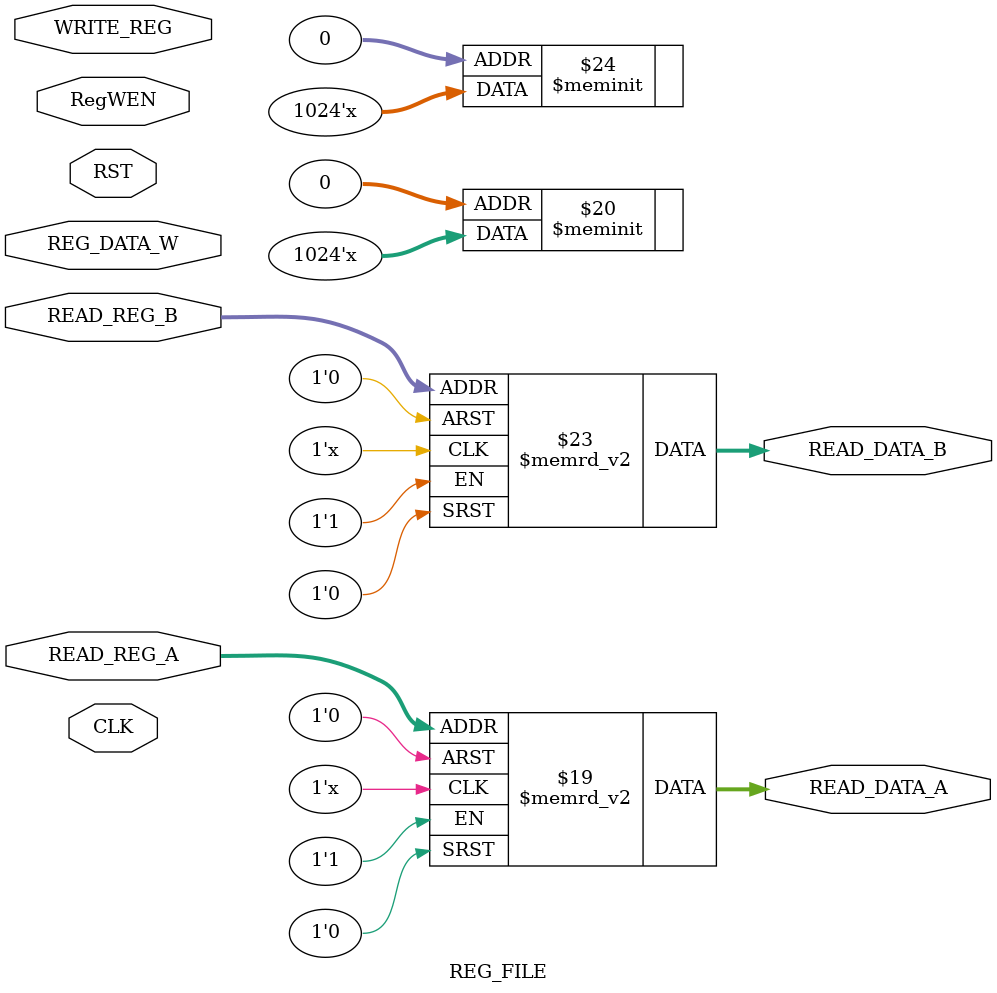
<source format=sv>
module REG_FILE (
        input logic CLK, RST,
        input logic RegWEN,
        input logic [4:0] WRITE_REG, 
        input logic [4:0] READ_REG_A, 
        input logic [4:0] READ_REG_B,
        input logic [31:0] REG_DATA_W, // data that supposed to be written into the register file  //signed
        output logic [31:0] READ_DATA_A, READ_DATA_B  //signed 
    );
    
    logic [31:0] REGISTER_FILE [31:0];
    
    
    initial begin
        REGISTER_FILE[0]=32'h00000001;
        REGISTER_FILE[1]=32'h00000002;
        REGISTER_FILE[2]=32'h00000003;
        REGISTER_FILE[3]=32'h00000004;
        REGISTER_FILE[4]=32'h00000005;
        REGISTER_FILE[5]=32'h00000006;
        REGISTER_FILE[6]=32'h00000007;
        REGISTER_FILE[7]=32'h00000008;
        REGISTER_FILE[8]=32'h00000009;
        REGISTER_FILE[9]=32'h00000010;
        REGISTER_FILE[10]=32'h00000011;
        REGISTER_FILE[11]=32'h00000012;
        REGISTER_FILE[12]=32'h00000013;
        REGISTER_FILE[13]=32'h00000014;
        REGISTER_FILE[14]=32'h00000015;
        REGISTER_FILE[15]=32'h00000016;
        REGISTER_FILE[16]=32'h00000017;
        REGISTER_FILE[17]=32'h00000018;
        REGISTER_FILE[18]=32'h00000019;
        REGISTER_FILE[19]=32'h00000020;
        REGISTER_FILE[20]=32'h00000021;
        REGISTER_FILE[21]=32'h00000022;
        REGISTER_FILE[22]=32'h00000023;
        REGISTER_FILE[23]=32'h00000024;
        REGISTER_FILE[24]=32'h00000025;
        REGISTER_FILE[25]=32'h00000026;
        REGISTER_FILE[26]=32'h00000027;
        REGISTER_FILE[27]=32'h00000028;
        REGISTER_FILE[28]=32'h00000029;
        REGISTER_FILE[29]=32'h00000030;
        REGISTER_FILE[30]=32'h00000031;
        REGISTER_FILE[31]=32'h00000032;
    
    end
    
    always @(*) begin
      READ_DATA_A = REGISTER_FILE[READ_REG_A];
      READ_DATA_B = REGISTER_FILE[READ_REG_B];
      if (RegWEN == 1'b1) begin
        REGISTER_FILE[WRITE_REG] = REG_DATA_W;
      end
    end

endmodule

</source>
